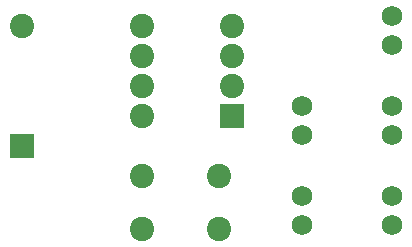
<source format=gts>
G04 MADE WITH FRITZING*
G04 WWW.FRITZING.ORG*
G04 DOUBLE SIDED*
G04 HOLES PLATED*
G04 CONTOUR ON CENTER OF CONTOUR VECTOR*
%ASAXBY*%
%FSLAX23Y23*%
%MOIN*%
%OFA0B0*%
%SFA1.0B1.0*%
%ADD10C,0.081000*%
%ADD11C,0.068992*%
%ADD12R,0.081000X0.081000*%
%LNMASK1*%
G90*
G70*
G54D10*
X1011Y96D03*
X755Y96D03*
X1011Y273D03*
X755Y273D03*
G54D11*
X1288Y108D03*
X1288Y206D03*
X1288Y408D03*
X1288Y506D03*
X1588Y108D03*
X1588Y206D03*
X1588Y408D03*
X1588Y506D03*
G54D10*
X1055Y473D03*
X755Y473D03*
X1055Y573D03*
X755Y573D03*
X1055Y673D03*
X755Y673D03*
X1055Y773D03*
X755Y773D03*
G54D11*
X1588Y708D03*
X1588Y806D03*
G54D10*
X355Y373D03*
X355Y773D03*
G54D12*
X1055Y473D03*
X355Y373D03*
G04 End of Mask1*
M02*
</source>
